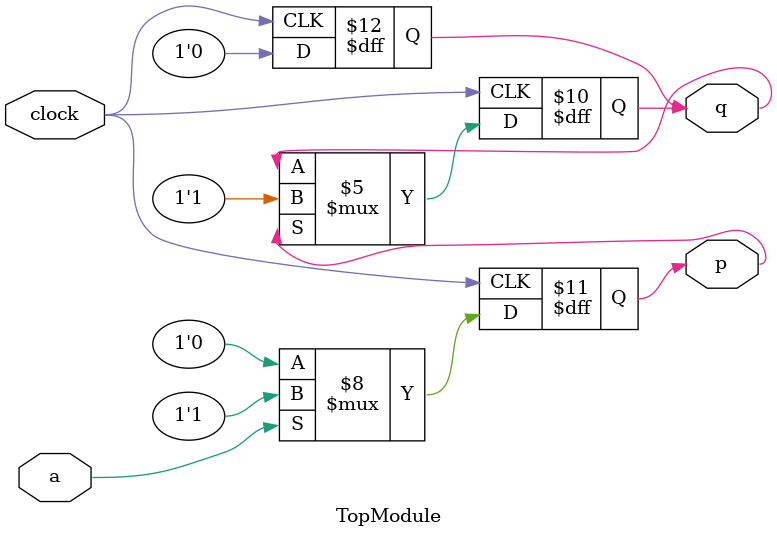
<source format=sv>
module TopModule (
    input wire clock,
    input wire a,
    output reg p = 1'b0,
    output reg q = 1'b0
);

    always @(posedge clock) begin
        if (a) 
            p <= 1'b1;
        else 
            p <= 1'b0;
        
        q <= 1'b0; // Reset q on rising edge
    end

    always @(negedge clock) begin
        if (p)
            q <= 1'b1;
    end

endmodule
</source>
